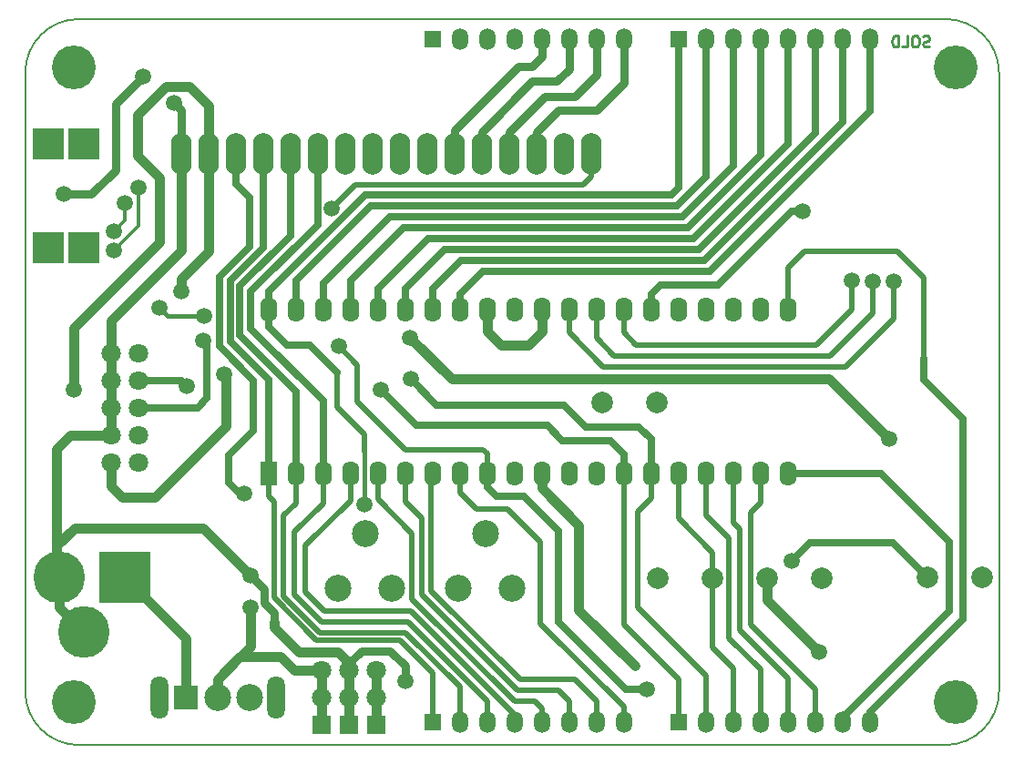
<source format=gbl>
G04 #@! TF.FileFunction,Copper,L2,Bot,Signal*
%FSLAX46Y46*%
G04 Gerber Fmt 4.6, Leading zero omitted, Abs format (unit mm)*
G04 Created by KiCad (PCBNEW (2015-01-16 BZR 5376)-product) date 1/29/2016 4:56:34 PM*
%MOMM*%
G01*
G04 APERTURE LIST*
%ADD10C,0.150000*%
%ADD11C,0.254000*%
%ADD12C,2.000000*%
%ADD13C,4.800600*%
%ADD14R,4.800600X4.800600*%
%ADD15R,2.300000X2.300000*%
%ADD16C,2.500000*%
%ADD17O,1.651000X4.000000*%
%ADD18R,1.800000X1.800000*%
%ADD19C,1.800000*%
%ADD20O,1.930400X3.860800*%
%ADD21R,1.574800X2.286000*%
%ADD22O,1.574800X2.286000*%
%ADD23R,1.500000X1.500000*%
%ADD24O,1.500000X2.000000*%
%ADD25C,2.499360*%
%ADD26C,4.064000*%
%ADD27R,3.000000X3.000000*%
%ADD28C,1.500000*%
%ADD29C,0.889000*%
%ADD30C,0.889000*%
%ADD31C,0.508000*%
%ADD32C,0.635000*%
%ADD33C,0.762000*%
%ADD34C,0.381000*%
%ADD35C,0.304800*%
G04 APERTURE END LIST*
D10*
X188000000Y-105000000D02*
G75*
G03X193000000Y-100000000I0J5000000D01*
G01*
X107500000Y-105000000D02*
X188000000Y-105000000D01*
X102500000Y-42500000D02*
X102500000Y-100000000D01*
X188000000Y-37500000D02*
X107500000Y-37500000D01*
X193000000Y-100000000D02*
X193000000Y-42500000D01*
X102500000Y-100000000D02*
G75*
G03X107500000Y-105000000I5000000J0D01*
G01*
X193000000Y-42500000D02*
G75*
G03X188000000Y-37500000I-5000000J0D01*
G01*
X107500000Y-37500000D02*
G75*
G03X102500000Y-42500000I0J-5000000D01*
G01*
D11*
X186526714Y-40035238D02*
X186381571Y-40083619D01*
X186139667Y-40083619D01*
X186042905Y-40035238D01*
X185994524Y-39986857D01*
X185946143Y-39890095D01*
X185946143Y-39793333D01*
X185994524Y-39696571D01*
X186042905Y-39648190D01*
X186139667Y-39599810D01*
X186333190Y-39551429D01*
X186429952Y-39503048D01*
X186478333Y-39454667D01*
X186526714Y-39357905D01*
X186526714Y-39261143D01*
X186478333Y-39164381D01*
X186429952Y-39116000D01*
X186333190Y-39067619D01*
X186091286Y-39067619D01*
X185946143Y-39116000D01*
X185317190Y-39067619D02*
X185123667Y-39067619D01*
X185026905Y-39116000D01*
X184930143Y-39212762D01*
X184881762Y-39406286D01*
X184881762Y-39744952D01*
X184930143Y-39938476D01*
X185026905Y-40035238D01*
X185123667Y-40083619D01*
X185317190Y-40083619D01*
X185413952Y-40035238D01*
X185510714Y-39938476D01*
X185559095Y-39744952D01*
X185559095Y-39406286D01*
X185510714Y-39212762D01*
X185413952Y-39116000D01*
X185317190Y-39067619D01*
X183962524Y-40083619D02*
X184446333Y-40083619D01*
X184446333Y-39067619D01*
X183623857Y-40083619D02*
X183623857Y-39067619D01*
X183381952Y-39067619D01*
X183236810Y-39116000D01*
X183140048Y-39212762D01*
X183091667Y-39309524D01*
X183043286Y-39503048D01*
X183043286Y-39648190D01*
X183091667Y-39841714D01*
X183140048Y-39938476D01*
X183236810Y-40035238D01*
X183381952Y-40083619D01*
X183623857Y-40083619D01*
X186526714Y-40035238D02*
X186381571Y-40083619D01*
X186139667Y-40083619D01*
X186042905Y-40035238D01*
X185994524Y-39986857D01*
X185946143Y-39890095D01*
X185946143Y-39793333D01*
X185994524Y-39696571D01*
X186042905Y-39648190D01*
X186139667Y-39599810D01*
X186333190Y-39551429D01*
X186429952Y-39503048D01*
X186478333Y-39454667D01*
X186526714Y-39357905D01*
X186526714Y-39261143D01*
X186478333Y-39164381D01*
X186429952Y-39116000D01*
X186333190Y-39067619D01*
X186091286Y-39067619D01*
X185946143Y-39116000D01*
X185317190Y-39067619D02*
X185123667Y-39067619D01*
X185026905Y-39116000D01*
X184930143Y-39212762D01*
X184881762Y-39406286D01*
X184881762Y-39744952D01*
X184930143Y-39938476D01*
X185026905Y-40035238D01*
X185123667Y-40083619D01*
X185317190Y-40083619D01*
X185413952Y-40035238D01*
X185510714Y-39938476D01*
X185559095Y-39744952D01*
X185559095Y-39406286D01*
X185510714Y-39212762D01*
X185413952Y-39116000D01*
X185317190Y-39067619D01*
X183962524Y-40083619D02*
X184446333Y-40083619D01*
X184446333Y-39067619D01*
X183623857Y-40083619D02*
X183623857Y-39067619D01*
X183381952Y-39067619D01*
X183236810Y-39116000D01*
X183140048Y-39212762D01*
X183091667Y-39309524D01*
X183043286Y-39503048D01*
X183043286Y-39648190D01*
X183091667Y-39841714D01*
X183140048Y-39938476D01*
X183236810Y-40035238D01*
X183381952Y-40083619D01*
X183623857Y-40083619D01*
D12*
X171450000Y-89535000D03*
X176530000Y-89535000D03*
D13*
X105664000Y-89408000D03*
D14*
X111760000Y-89408000D03*
D13*
X107950000Y-94488000D03*
D15*
X117396000Y-100584000D03*
D16*
X120396000Y-100584000D03*
X123396000Y-100584000D03*
D17*
X125796040Y-100584000D03*
X114995960Y-100584000D03*
D18*
X130048000Y-103124000D03*
D19*
X130048000Y-100584000D03*
X130048000Y-98044000D03*
D18*
X132588000Y-103124000D03*
D19*
X132588000Y-100584000D03*
X132588000Y-98044000D03*
D18*
X135128000Y-103124000D03*
D19*
X135128000Y-100584000D03*
X135128000Y-98044000D03*
D20*
X116967000Y-50038000D03*
X119507000Y-50038000D03*
X122047000Y-50038000D03*
X124587000Y-50038000D03*
X127127000Y-50038000D03*
X129667000Y-50038000D03*
X132207000Y-50038000D03*
X134747000Y-50038000D03*
X137287000Y-50038000D03*
X139827000Y-50038000D03*
X142367000Y-50038000D03*
X144907000Y-50038000D03*
X147447000Y-50038000D03*
X149987000Y-50038000D03*
X152527000Y-50038000D03*
X155067000Y-50038000D03*
D21*
X125095000Y-79756000D03*
D22*
X127635000Y-79756000D03*
X130175000Y-79756000D03*
X132715000Y-79756000D03*
X135255000Y-79756000D03*
X137795000Y-79756000D03*
X140335000Y-79756000D03*
X142875000Y-79756000D03*
X145415000Y-79756000D03*
X147955000Y-79756000D03*
X150495000Y-79756000D03*
X153035000Y-79756000D03*
X155575000Y-79756000D03*
X158115000Y-79756000D03*
X160655000Y-79756000D03*
X163195000Y-79756000D03*
X165735000Y-79756000D03*
X168275000Y-79756000D03*
X170815000Y-79756000D03*
X173355000Y-79756000D03*
X173355000Y-64516000D03*
X170815000Y-64516000D03*
X168275000Y-64516000D03*
X165735000Y-64516000D03*
X163195000Y-64516000D03*
X160655000Y-64516000D03*
X158115000Y-64516000D03*
X155575000Y-64516000D03*
X153035000Y-64516000D03*
X150495000Y-64516000D03*
X147955000Y-64516000D03*
X145415000Y-64516000D03*
X142875000Y-64516000D03*
X140335000Y-64516000D03*
X137795000Y-64516000D03*
X135255000Y-64516000D03*
X132715000Y-64516000D03*
X130175000Y-64516000D03*
X127635000Y-64516000D03*
X125095000Y-64516000D03*
D23*
X140335000Y-102870000D03*
D24*
X142875000Y-102870000D03*
X145415000Y-102870000D03*
X147955000Y-102870000D03*
X150495000Y-102870000D03*
X153035000Y-102870000D03*
X155575000Y-102870000D03*
X158115000Y-102870000D03*
D23*
X163195000Y-39370000D03*
D24*
X165735000Y-39370000D03*
X168275000Y-39370000D03*
X170815000Y-39370000D03*
X173355000Y-39370000D03*
X175895000Y-39370000D03*
X178435000Y-39370000D03*
X180975000Y-39370000D03*
D23*
X140335000Y-39370000D03*
D24*
X142875000Y-39370000D03*
X145415000Y-39370000D03*
X147955000Y-39370000D03*
X150495000Y-39370000D03*
X153035000Y-39370000D03*
X155575000Y-39370000D03*
X158115000Y-39370000D03*
D23*
X163195000Y-102870000D03*
D24*
X165735000Y-102870000D03*
X168275000Y-102870000D03*
X170815000Y-102870000D03*
X173355000Y-102870000D03*
X175895000Y-102870000D03*
X178435000Y-102870000D03*
X180975000Y-102870000D03*
D19*
X113030000Y-78740000D03*
X110490000Y-78740000D03*
X113030000Y-76200000D03*
X110490000Y-76200000D03*
X113030000Y-73660000D03*
X110490000Y-73660000D03*
X113030000Y-71120000D03*
X110490000Y-71120000D03*
X113030000Y-68580000D03*
X110490000Y-68580000D03*
D25*
X134071360Y-85384640D03*
X136570720Y-90424000D03*
X131572000Y-90424000D03*
X145247360Y-85384640D03*
X147746720Y-90424000D03*
X142748000Y-90424000D03*
D12*
X186309000Y-89408000D03*
X191389000Y-89408000D03*
X161163000Y-73152000D03*
X156083000Y-73152000D03*
D26*
X107000000Y-101000000D03*
X107000000Y-42000000D03*
X189000000Y-42000000D03*
X189000000Y-101000000D03*
D12*
X161290000Y-89535000D03*
X166370000Y-89535000D03*
D27*
X107985000Y-49150000D03*
X104685000Y-49150000D03*
X107985000Y-58800000D03*
X104685000Y-58800000D03*
D28*
X182753000Y-76517500D03*
X138239500Y-67119500D03*
X106997500Y-72009000D03*
X120967500Y-70548500D03*
X116967000Y-62865000D03*
X174752000Y-55372000D03*
X179324000Y-61785500D03*
X181229000Y-61912500D03*
X183197500Y-61912500D03*
X123444000Y-92202000D03*
X117475000Y-71628000D03*
X118999000Y-67437000D03*
X160274000Y-99822000D03*
X173736000Y-87884000D03*
X131635500Y-67945000D03*
X135509000Y-71945500D03*
X138303000Y-70993000D03*
X113411000Y-42862500D03*
X116332000Y-45339000D03*
X106045000Y-53784500D03*
X176276000Y-96329500D03*
X123444000Y-89281000D03*
X137795000Y-99060000D03*
D29*
X159194500Y-97663000D03*
D28*
X130937000Y-55118000D03*
X119126000Y-65151000D03*
X114935000Y-64389000D03*
X133985000Y-82677000D03*
X122809000Y-81661000D03*
X110744000Y-59055000D03*
X113030000Y-53213000D03*
X110744000Y-57277000D03*
X111760000Y-54610000D03*
D30*
X177228500Y-70993000D02*
X182753000Y-76517500D01*
X142113000Y-70993000D02*
X177228500Y-70993000D01*
X138239500Y-67119500D02*
X142113000Y-70993000D01*
X119507000Y-50038000D02*
X119507000Y-45529500D01*
X106997500Y-66230500D02*
X106997500Y-72009000D01*
X114998500Y-58229500D02*
X106997500Y-66230500D01*
X114998500Y-52260500D02*
X114998500Y-58229500D01*
X112966500Y-50228500D02*
X114998500Y-52260500D01*
X112966500Y-46418500D02*
X112966500Y-50228500D01*
X115570000Y-43815000D02*
X112966500Y-46418500D01*
X117792500Y-43815000D02*
X115570000Y-43815000D01*
X119507000Y-45529500D02*
X117792500Y-43815000D01*
X116967000Y-62865000D02*
X116967000Y-61658500D01*
X119507000Y-59118500D02*
X119507000Y-50038000D01*
X116967000Y-61658500D02*
X119507000Y-59118500D01*
X120967500Y-70548500D02*
X121158000Y-70739000D01*
X121158000Y-70739000D02*
X121158000Y-75374500D01*
X121158000Y-75374500D02*
X114554000Y-81978500D01*
X114554000Y-81978500D02*
X111506000Y-81978500D01*
X111506000Y-81978500D02*
X110490000Y-80962500D01*
X110490000Y-80962500D02*
X110490000Y-78740000D01*
X145415000Y-64516000D02*
X145415000Y-66548000D01*
X150495000Y-66548000D02*
X150495000Y-64516000D01*
X149225000Y-67818000D02*
X150495000Y-66548000D01*
X146685000Y-67818000D02*
X149225000Y-67818000D01*
X145415000Y-66548000D02*
X146685000Y-67818000D01*
X135128000Y-103124000D02*
X135128000Y-100584000D01*
X135128000Y-100584000D02*
X135128000Y-98044000D01*
D31*
X173355000Y-98806000D02*
X168910000Y-94361000D01*
X168910000Y-94361000D02*
X168910000Y-84963000D01*
X168910000Y-84963000D02*
X168275000Y-84328000D01*
X168275000Y-84328000D02*
X168275000Y-79756000D01*
X173355000Y-102870000D02*
X173355000Y-98806000D01*
D32*
X160655000Y-63119000D02*
X161544000Y-62230000D01*
X161544000Y-62230000D02*
X166878000Y-62230000D01*
X166878000Y-62230000D02*
X173736000Y-55372000D01*
X173736000Y-55372000D02*
X174752000Y-55372000D01*
X160655000Y-64516000D02*
X160655000Y-63119000D01*
D33*
X142367000Y-47879000D02*
X148336000Y-41910000D01*
X148336000Y-41910000D02*
X149606000Y-41910000D01*
X149606000Y-41910000D02*
X150495000Y-41021000D01*
X150495000Y-41021000D02*
X150495000Y-39370000D01*
X142367000Y-50038000D02*
X142367000Y-47879000D01*
D31*
X158115000Y-64516000D02*
X158115000Y-65278000D01*
D33*
X144907000Y-48006000D02*
X149606000Y-43307000D01*
X149606000Y-43307000D02*
X151892000Y-43307000D01*
X151892000Y-43307000D02*
X153035000Y-42164000D01*
X153035000Y-42164000D02*
X153035000Y-39370000D01*
X144907000Y-50038000D02*
X144907000Y-48006000D01*
D31*
X158115000Y-66675000D02*
X159258000Y-67818000D01*
X159258000Y-67818000D02*
X176022000Y-67818000D01*
X176022000Y-67818000D02*
X179324000Y-64516000D01*
X179324000Y-64516000D02*
X179324000Y-61785500D01*
X158115000Y-64516000D02*
X158115000Y-66675000D01*
X155575000Y-64516000D02*
X155575000Y-65532000D01*
D33*
X147447000Y-48006000D02*
X150749000Y-44704000D01*
X150749000Y-44704000D02*
X153543000Y-44704000D01*
X153543000Y-44704000D02*
X155575000Y-42672000D01*
X155575000Y-42672000D02*
X155575000Y-39370000D01*
X147447000Y-50038000D02*
X147447000Y-48006000D01*
D31*
X155575000Y-67183000D02*
X157226000Y-68834000D01*
X157226000Y-68834000D02*
X177292000Y-68834000D01*
X177292000Y-68834000D02*
X181229000Y-64897000D01*
X181229000Y-64897000D02*
X181229000Y-61912500D01*
X155575000Y-64516000D02*
X155575000Y-67183000D01*
X153035000Y-64516000D02*
X153035000Y-65786000D01*
D33*
X149987000Y-48006000D02*
X152019000Y-45974000D01*
X152019000Y-45974000D02*
X155575000Y-45974000D01*
X155575000Y-45974000D02*
X158115000Y-43434000D01*
X158115000Y-43434000D02*
X158115000Y-39370000D01*
X149987000Y-50038000D02*
X149987000Y-48006000D01*
D31*
X183197500Y-65405000D02*
X183197500Y-61912500D01*
X179387500Y-69215000D02*
X183197500Y-65405000D01*
X153035000Y-66675000D02*
X156210000Y-69850000D01*
X156210000Y-69850000D02*
X178752500Y-69850000D01*
X178752500Y-69850000D02*
X179387500Y-69215000D01*
X153035000Y-64516000D02*
X153035000Y-66675000D01*
D30*
X130048000Y-103124000D02*
X130048000Y-100584000D01*
X130048000Y-100584000D02*
X130048000Y-98044000D01*
X120396000Y-98869500D02*
X122364500Y-96901000D01*
X120396000Y-100584000D02*
X120396000Y-98869500D01*
X122491500Y-96774000D02*
X122364500Y-96901000D01*
X123444000Y-95821500D02*
X122491500Y-96774000D01*
X123444000Y-92202000D02*
X123444000Y-95821500D01*
X127508000Y-98044000D02*
X126238000Y-96774000D01*
X126238000Y-96774000D02*
X122491500Y-96774000D01*
X130048000Y-98044000D02*
X127508000Y-98044000D01*
D32*
X130175000Y-79756000D02*
X130175000Y-73025000D01*
X129667000Y-56642000D02*
X129667000Y-50038000D01*
X123444000Y-62865000D02*
X129667000Y-56642000D01*
X123444000Y-66294000D02*
X123444000Y-62865000D01*
X130175000Y-73025000D02*
X123444000Y-66294000D01*
D31*
X145415000Y-100965000D02*
X138049000Y-93599000D01*
X138049000Y-93599000D02*
X130048000Y-93599000D01*
X130048000Y-93599000D02*
X127508000Y-91059000D01*
X127508000Y-91059000D02*
X127508000Y-85217000D01*
X127508000Y-85217000D02*
X130175000Y-82550000D01*
X130175000Y-82550000D02*
X130175000Y-79756000D01*
X145415000Y-102870000D02*
X145415000Y-100965000D01*
X140208000Y-79883000D02*
X140335000Y-79756000D01*
X155575000Y-100965000D02*
X153543000Y-98933000D01*
X153543000Y-98933000D02*
X148463000Y-98933000D01*
X148463000Y-98933000D02*
X140208000Y-90678000D01*
X140208000Y-90678000D02*
X140208000Y-79883000D01*
X155575000Y-102870000D02*
X155575000Y-100965000D01*
X153035000Y-100965000D02*
X152019000Y-99949000D01*
X152019000Y-99949000D02*
X148209000Y-99949000D01*
X148209000Y-99949000D02*
X139319000Y-91059000D01*
X139319000Y-91059000D02*
X139319000Y-83947000D01*
X139319000Y-83947000D02*
X137795000Y-82423000D01*
X137795000Y-82423000D02*
X137795000Y-79756000D01*
X153035000Y-102870000D02*
X153035000Y-100965000D01*
D32*
X127635000Y-79756000D02*
X127635000Y-72136000D01*
X127127000Y-57658000D02*
X127127000Y-50038000D01*
X122428000Y-62357000D02*
X127127000Y-57658000D01*
X122428000Y-66929000D02*
X122428000Y-62357000D01*
X127635000Y-72136000D02*
X122428000Y-66929000D01*
D31*
X142875000Y-99568000D02*
X137858500Y-94551500D01*
X137858500Y-94551500D02*
X129857500Y-94551500D01*
X129857500Y-94551500D02*
X126492000Y-91186000D01*
X126492000Y-91186000D02*
X126492000Y-83693000D01*
X126492000Y-83693000D02*
X127635000Y-82550000D01*
X127635000Y-82550000D02*
X127635000Y-79756000D01*
X142875000Y-102870000D02*
X142875000Y-99568000D01*
D32*
X125095000Y-79756000D02*
X125095000Y-71056500D01*
X124587000Y-58801000D02*
X124587000Y-50038000D01*
X121539000Y-61849000D02*
X124587000Y-58801000D01*
X121539000Y-67500500D02*
X121539000Y-61849000D01*
X125095000Y-71056500D02*
X121539000Y-67500500D01*
D31*
X140335000Y-98298000D02*
X137287000Y-95250000D01*
X137287000Y-95250000D02*
X129540000Y-95250000D01*
X129540000Y-95250000D02*
X125603000Y-91313000D01*
X125603000Y-91313000D02*
X125603000Y-82931000D01*
X140335000Y-102870000D02*
X140335000Y-98298000D01*
X125603000Y-82423000D02*
X125095000Y-81915000D01*
X125095000Y-81915000D02*
X125095000Y-79756000D01*
X125603000Y-82931000D02*
X125603000Y-82423000D01*
X168275000Y-97853500D02*
X166370000Y-95948500D01*
X166370000Y-95948500D02*
X166370000Y-89535000D01*
X168275000Y-102870000D02*
X168275000Y-97853500D01*
X166370000Y-87122000D02*
X163195000Y-83947000D01*
X163195000Y-83947000D02*
X163195000Y-79756000D01*
X166370000Y-89535000D02*
X166370000Y-87122000D01*
X165735000Y-83629500D02*
X165735000Y-79756000D01*
X167894000Y-85788500D02*
X165735000Y-83629500D01*
X167894000Y-95059500D02*
X167894000Y-85788500D01*
X170815000Y-97980500D02*
X167894000Y-95059500D01*
X170815000Y-102870000D02*
X170815000Y-97980500D01*
D32*
X116967000Y-71120000D02*
X113030000Y-71120000D01*
X117475000Y-71628000D02*
X116967000Y-71120000D01*
D31*
X158115000Y-101473000D02*
X150368000Y-93726000D01*
X150368000Y-93726000D02*
X150368000Y-86106000D01*
X150368000Y-86106000D02*
X147320000Y-83058000D01*
X147320000Y-83058000D02*
X144399000Y-83058000D01*
X144399000Y-83058000D02*
X142875000Y-81534000D01*
X142875000Y-81534000D02*
X142875000Y-79756000D01*
X158115000Y-102870000D02*
X158115000Y-101473000D01*
D34*
X118364000Y-73787000D02*
X113157000Y-73787000D01*
X119380000Y-72771000D02*
X118364000Y-73787000D01*
X119380000Y-67818000D02*
X119380000Y-72771000D01*
X118999000Y-67437000D02*
X119380000Y-67818000D01*
X113157000Y-73787000D02*
X113030000Y-73660000D01*
D32*
X177165000Y-86233000D02*
X183134000Y-86233000D01*
X173736000Y-87884000D02*
X175387000Y-86233000D01*
X175387000Y-86233000D02*
X177165000Y-86233000D01*
X148844000Y-81915000D02*
X152019000Y-85090000D01*
X146304000Y-81915000D02*
X148844000Y-81915000D01*
X145415000Y-81026000D02*
X146304000Y-81915000D01*
X145415000Y-79756000D02*
X145415000Y-81026000D01*
X183134000Y-86233000D02*
X186309000Y-89408000D01*
X158305500Y-99822000D02*
X152019000Y-93535500D01*
X152019000Y-93535500D02*
X152019000Y-85090000D01*
X160274000Y-99822000D02*
X158305500Y-99822000D01*
D31*
X133350000Y-73088500D02*
X133350000Y-69659500D01*
X133350000Y-69659500D02*
X131635500Y-67945000D01*
X145415000Y-79756000D02*
X145415000Y-77914500D01*
X137795000Y-77533500D02*
X136144000Y-75882500D01*
X145034000Y-77533500D02*
X137795000Y-77533500D01*
X145415000Y-77914500D02*
X145034000Y-77533500D01*
X136144000Y-75882500D02*
X133350000Y-73088500D01*
D32*
X119380000Y-67818000D02*
X118999000Y-67437000D01*
X119380000Y-72771000D02*
X119380000Y-67818000D01*
X118491000Y-73660000D02*
X119380000Y-72771000D01*
X113030000Y-73660000D02*
X118491000Y-73660000D01*
D34*
X158115000Y-78740000D02*
X158115000Y-79756000D01*
D31*
X163195000Y-98933000D02*
X158115000Y-93853000D01*
X163195000Y-102870000D02*
X163195000Y-98933000D01*
X158115000Y-93853000D02*
X158115000Y-79756000D01*
D32*
X135509000Y-72009000D02*
X138811000Y-75311000D01*
X138811000Y-75311000D02*
X151003000Y-75311000D01*
X151003000Y-75311000D02*
X152400000Y-76708000D01*
X152400000Y-76708000D02*
X156845000Y-76708000D01*
X156845000Y-76708000D02*
X158115000Y-77978000D01*
X158115000Y-77978000D02*
X158115000Y-79756000D01*
X135509000Y-71945500D02*
X135509000Y-72009000D01*
D31*
X165735000Y-98552000D02*
X159385000Y-92202000D01*
X165735000Y-102870000D02*
X165735000Y-98552000D01*
X160655000Y-82042000D02*
X160655000Y-79756000D01*
X159385000Y-83312000D02*
X160655000Y-82042000D01*
X159385000Y-92202000D02*
X159385000Y-83312000D01*
D32*
X160655000Y-76581000D02*
X159512000Y-75438000D01*
X159512000Y-75438000D02*
X154559000Y-75438000D01*
X154559000Y-75438000D02*
X152527000Y-73406000D01*
X152527000Y-73406000D02*
X140716000Y-73406000D01*
X140716000Y-73406000D02*
X138303000Y-70993000D01*
X160655000Y-79756000D02*
X160655000Y-76581000D01*
D33*
X116967000Y-50038000D02*
X116967000Y-45974000D01*
X108648500Y-53784500D02*
X106045000Y-53784500D01*
X110871000Y-51562000D02*
X108648500Y-53784500D01*
X110871000Y-45402500D02*
X110871000Y-51562000D01*
X113411000Y-42862500D02*
X110871000Y-45402500D01*
X116967000Y-45974000D02*
X116332000Y-45339000D01*
D30*
X116967000Y-50038000D02*
X116967000Y-59055000D01*
X116967000Y-59055000D02*
X113855500Y-62166500D01*
X110490000Y-68580000D02*
X110490000Y-65532000D01*
X110490000Y-65532000D02*
X113855500Y-62166500D01*
X107950000Y-94488000D02*
X105664000Y-92202000D01*
X105664000Y-92202000D02*
X105664000Y-89408000D01*
X110490000Y-76200000D02*
X106680000Y-76200000D01*
X105410000Y-78105000D02*
X105410000Y-77470000D01*
X105410000Y-77470000D02*
X106680000Y-76200000D01*
X105410000Y-86487000D02*
X105410000Y-89154000D01*
X105410000Y-78105000D02*
X105410000Y-86487000D01*
X105664000Y-89408000D02*
X105410000Y-89154000D01*
X176276000Y-96329500D02*
X171450000Y-91503500D01*
X171450000Y-91503500D02*
X171450000Y-89535000D01*
X132588000Y-103124000D02*
X132588000Y-100584000D01*
X132588000Y-100584000D02*
X132588000Y-98044000D01*
X105664000Y-89408000D02*
X105664000Y-92202000D01*
X110490000Y-76200000D02*
X110490000Y-73660000D01*
X110490000Y-73660000D02*
X110490000Y-71120000D01*
X110490000Y-71120000D02*
X110490000Y-68580000D01*
X118999000Y-84836000D02*
X107061000Y-84836000D01*
X123444000Y-89281000D02*
X118999000Y-84836000D01*
X107061000Y-84836000D02*
X105410000Y-86487000D01*
X131572000Y-96393000D02*
X127889000Y-96393000D01*
X127889000Y-96393000D02*
X125603000Y-94107000D01*
X125603000Y-93726000D02*
X125603000Y-93599000D01*
X125603000Y-94107000D02*
X125603000Y-93726000D01*
X132588000Y-97409000D02*
X131572000Y-96393000D01*
D33*
X125603000Y-92710000D02*
X124714000Y-91821000D01*
X124714000Y-91821000D02*
X124714000Y-90551000D01*
X124714000Y-90551000D02*
X123444000Y-89281000D01*
X125603000Y-93726000D02*
X125603000Y-92710000D01*
X133731000Y-96266000D02*
X136398000Y-96266000D01*
X136398000Y-96266000D02*
X137795000Y-97663000D01*
X137795000Y-97663000D02*
X137795000Y-99060000D01*
X132588000Y-97409000D02*
X133731000Y-96266000D01*
X132588000Y-98044000D02*
X132588000Y-97409000D01*
D30*
X150495000Y-81153000D02*
X153955750Y-84613750D01*
X150495000Y-79756000D02*
X150495000Y-81153000D01*
X153955750Y-92424250D02*
X159194500Y-97663000D01*
X153955750Y-84613750D02*
X153955750Y-92424250D01*
D31*
X130937000Y-55118000D02*
X133159500Y-52895500D01*
X133159500Y-52895500D02*
X154305000Y-52895500D01*
X154305000Y-52895500D02*
X155067000Y-52133500D01*
X155067000Y-52133500D02*
X155067000Y-50038000D01*
D34*
X115697000Y-65151000D02*
X119126000Y-65151000D01*
X114935000Y-64389000D02*
X115697000Y-65151000D01*
D31*
X147955000Y-102235000D02*
X138303000Y-92583000D01*
X138303000Y-92583000D02*
X130302000Y-92583000D01*
X130302000Y-92583000D02*
X128524000Y-90805000D01*
X128524000Y-90805000D02*
X128524000Y-86487000D01*
X128524000Y-86487000D02*
X132715000Y-82296000D01*
X132715000Y-82296000D02*
X132715000Y-79756000D01*
X147955000Y-102870000D02*
X147955000Y-102235000D01*
X150495000Y-101600000D02*
X149860000Y-100965000D01*
X149860000Y-100965000D02*
X147955000Y-100965000D01*
X147955000Y-100965000D02*
X138430000Y-91440000D01*
X138430000Y-91440000D02*
X138430000Y-85344000D01*
X138430000Y-85344000D02*
X135255000Y-82169000D01*
X135255000Y-82169000D02*
X135255000Y-79756000D01*
X150495000Y-102870000D02*
X150495000Y-101600000D01*
X175895000Y-99822000D02*
X169926000Y-93853000D01*
X169926000Y-93853000D02*
X169926000Y-83375500D01*
X169926000Y-83375500D02*
X170815000Y-82486500D01*
X170815000Y-82486500D02*
X170815000Y-79756000D01*
X175895000Y-102870000D02*
X175895000Y-99822000D01*
D32*
X178435000Y-102870000D02*
X178435000Y-102489000D01*
X178435000Y-102489000D02*
X188341000Y-92583000D01*
X181991000Y-79756000D02*
X173355000Y-79756000D01*
X188341000Y-86106000D02*
X181991000Y-79756000D01*
X188341000Y-92583000D02*
X188341000Y-86106000D01*
X185991500Y-69088000D02*
X185991500Y-71056500D01*
X185991500Y-71056500D02*
X186690000Y-71755000D01*
X180975000Y-102870000D02*
X180975000Y-101981000D01*
X180975000Y-101981000D02*
X189611000Y-93345000D01*
X189611000Y-93345000D02*
X189611000Y-74676000D01*
X189611000Y-74676000D02*
X186690000Y-71755000D01*
D31*
X173355000Y-60642500D02*
X174879000Y-59118500D01*
X174879000Y-59118500D02*
X183515000Y-59118500D01*
X183515000Y-59118500D02*
X185991500Y-61595000D01*
X185991500Y-61595000D02*
X185991500Y-69088000D01*
X173355000Y-64516000D02*
X173355000Y-60642500D01*
D33*
X142875000Y-64516000D02*
X142875000Y-63627000D01*
D32*
X180975000Y-46101000D02*
X166116000Y-60960000D01*
X166116000Y-60960000D02*
X145034000Y-60960000D01*
X145034000Y-60960000D02*
X142875000Y-63119000D01*
X142875000Y-63119000D02*
X142875000Y-64516000D01*
X180975000Y-39370000D02*
X180975000Y-46101000D01*
X140335000Y-62611000D02*
X143002000Y-59944000D01*
X143002000Y-59944000D02*
X165608000Y-59944000D01*
X165608000Y-59944000D02*
X178435000Y-47117000D01*
X178435000Y-47117000D02*
X178435000Y-39370000D01*
X140335000Y-64516000D02*
X140335000Y-62611000D01*
D33*
X137795000Y-64516000D02*
X137795000Y-63627000D01*
D32*
X175895000Y-48133000D02*
X165100000Y-58928000D01*
X165100000Y-58928000D02*
X141478000Y-58928000D01*
X141478000Y-58928000D02*
X137795000Y-62611000D01*
X137795000Y-62611000D02*
X137795000Y-64516000D01*
X175895000Y-39370000D02*
X175895000Y-48133000D01*
X135255000Y-62611000D02*
X139954000Y-57912000D01*
X139954000Y-57912000D02*
X164592000Y-57912000D01*
X164592000Y-57912000D02*
X173355000Y-49149000D01*
X173355000Y-49149000D02*
X173355000Y-39370000D01*
X135255000Y-64516000D02*
X135255000Y-62611000D01*
X170815000Y-50165000D02*
X164084000Y-56896000D01*
X164084000Y-56896000D02*
X137668000Y-56896000D01*
X137668000Y-56896000D02*
X132715000Y-61849000D01*
X132715000Y-61849000D02*
X132715000Y-64516000D01*
X170815000Y-39370000D02*
X170815000Y-50165000D01*
X130175000Y-62103000D02*
X136398000Y-55880000D01*
X136398000Y-55880000D02*
X163576000Y-55880000D01*
X163576000Y-55880000D02*
X168275000Y-51181000D01*
X168275000Y-51181000D02*
X168275000Y-39370000D01*
X130175000Y-64516000D02*
X130175000Y-62103000D01*
X165735000Y-52197000D02*
X163068000Y-54864000D01*
X163068000Y-54864000D02*
X134620000Y-54864000D01*
X134620000Y-54864000D02*
X127635000Y-61849000D01*
X127635000Y-61849000D02*
X127635000Y-64516000D01*
X165735000Y-39370000D02*
X165735000Y-52197000D01*
X125095000Y-66103500D02*
X125095000Y-64516000D01*
X126809500Y-67818000D02*
X125095000Y-66103500D01*
X128905000Y-67818000D02*
X126809500Y-67818000D01*
X131445000Y-70358000D02*
X128905000Y-67818000D01*
D34*
X133985000Y-82677000D02*
X133985000Y-77724000D01*
D31*
X133985000Y-82677000D02*
X133985000Y-82804000D01*
D32*
X125095000Y-62865000D02*
X134112000Y-53848000D01*
X125095000Y-64516000D02*
X125095000Y-62865000D01*
X163195000Y-53213000D02*
X163195000Y-39370000D01*
X162560000Y-53848000D02*
X163195000Y-53213000D01*
X134112000Y-53848000D02*
X162560000Y-53848000D01*
D31*
X131445000Y-73596500D02*
X133985000Y-76136500D01*
X133985000Y-76136500D02*
X133985000Y-77724000D01*
X131445000Y-70358000D02*
X131445000Y-73596500D01*
D30*
X117396000Y-95044000D02*
X117396000Y-100584000D01*
X111760000Y-89408000D02*
X117396000Y-95044000D01*
D32*
X122047000Y-50038000D02*
X122047000Y-52832000D01*
X122428000Y-81661000D02*
X122809000Y-81661000D01*
X121412000Y-80645000D02*
X122428000Y-81661000D01*
X121412000Y-78105000D02*
X121412000Y-80645000D01*
X123698000Y-75819000D02*
X121412000Y-78105000D01*
X123698000Y-71120000D02*
X123698000Y-75819000D01*
X120523000Y-67945000D02*
X123698000Y-71120000D01*
X120523000Y-61468000D02*
X120523000Y-67945000D01*
X123317000Y-58674000D02*
X120523000Y-61468000D01*
X123317000Y-54102000D02*
X123317000Y-58674000D01*
X122047000Y-52832000D02*
X123317000Y-54102000D01*
D35*
X110744000Y-59055000D02*
X113030000Y-56769000D01*
X113030000Y-56769000D02*
X113030000Y-53213000D01*
X110744000Y-57277000D02*
X111760000Y-56261000D01*
X111760000Y-56261000D02*
X111760000Y-54610000D01*
M02*

</source>
